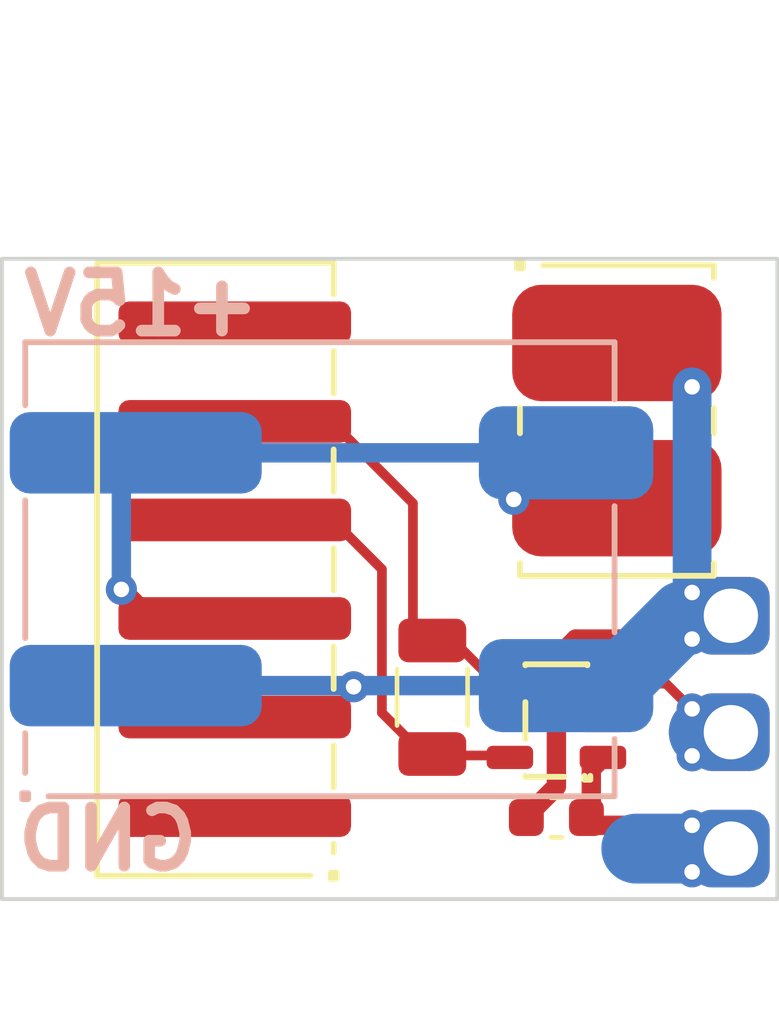
<source format=kicad_pcb>
(kicad_pcb (version 20240108) (generator "pcbnew") (generator_version "8.0")
  (layers (0 "F.Cu" signal) (31 "B.Cu" signal) (34 "B.Paste" user) (35 "F.Paste" user) (36 "B.SilkS" user "B.Silkscreen") (37 "F.SilkS" user "F.Silkscreen") (38 "B.Mask" user) (39 "F.Mask" user) (44 "Edge.Cuts" user))
  (net 0 "")
  (net 1 "+5V")
  (net 2 "GND")
  (net 3 "+15V")
  (net 4 "DATA")
  (net 5 "RS485_A")
  (net 6 "RS485_B")
  (footprint "Capacitor_SMD:C_0603_1608Metric" (layer "F.Cu") (at 144.3 106.4 180)
    (property "Reference" "C1" (hide yes))
    (property "Value" "100n")
    (fp_line (start -0.14058 0.51) (end 0.14058 0.51) (stroke (width 0.12)) (layer "F.SilkS"))
    (fp_line (start -0.14058 -0.51) (end 0.14058 -0.51) (stroke (width 0.12)) (layer "F.SilkS"))
    (pad "1" smd roundrect (at -0.775 0 180) (size 0.9 0.95) (layers "F.Cu" "F.Paste" "F.Mask") (net 1 "+5V"))
    (pad "2" smd roundrect (at 0.775 0 180) (size 0.9 0.95) (layers "F.Cu" "F.Paste" "F.Mask") (net 2 "GND"))
  )
  (footprint "Resistor_SMD:R_1206_3216Metric" (layer "F.Cu") (at 141.1 103.3 90)
    (property "Reference" "R1" (hide yes))
    (property "Value" "120R")
    (fp_line (start -0.727064 -0.91) (end 0.727064 -0.91) (stroke (width 0.12)) (layer "F.SilkS"))
    (fp_line (start -0.727064 0.91) (end 0.727064 0.91) (stroke (width 0.12)) (layer "F.SilkS"))
    (pad "1" smd roundrect (at -1.4625 0 90) (size 1.125 1.75) (layers "F.Cu" "F.Paste" "F.Mask") (roundrect_rratio 0.222222) (net 5 "RS485_A"))
    (pad "2" smd roundrect (at 1.4625 0 90) (size 1.125 1.75) (layers "F.Cu" "F.Paste" "F.Mask") (roundrect_rratio 0.222222) (net 6 "RS485_B"))
  )
  (footprint "local:ISL3280E" (layer "F.Cu") (at 144.3 103.9 90)
    (property "Reference" "U2" (hide yes))
    (property "Value" "ISL3280ExHZ")
    (fp_line (start 1.45 -0.8) (end 1.425 -0.8) (stroke (width 0.15)) (layer "F.SilkS"))
    (fp_line (start 0.475 -0.8) (end -0.475 -0.8) (stroke (width 0.15)) (layer "F.SilkS"))
    (fp_line (start -1.425 -0.8) (end -1.45 -0.8) (stroke (width 0.15)) (layer "F.SilkS"))
    (fp_line (start -1.45 -0.8) (end -1.45 0.2) (stroke (width 0.15)) (layer "F.SilkS"))
    (fp_line (start -1.525 0.725) (end -1.425 0.725) (stroke (width 0.15)) (layer "F.SilkS"))
    (fp_line (start 1.45 0.8) (end 1.45 -0.8) (stroke (width 0.15)) (layer "F.SilkS"))
    (fp_line (start 1.425 0.8) (end 1.45 0.8) (stroke (width 0.15)) (layer "F.SilkS"))
    (fp_line (start -1.425 0.875) (end -1.525 0.875) (stroke (width 0.15)) (layer "F.SilkS"))
    (fp_line (start -1.525 0.875) (end -1.525 0.725) (stroke (width 0.15)) (layer "F.SilkS"))
    (pad "1" smd roundrect (at -0.95 1.2 90) (size 0.6 1.2) (layers "F.Cu" "F.Paste" "F.Mask") (net 1 "+5V"))
    (pad "2" smd roundrect (at 0 1.2 90) (size 0.6 1.2) (layers "F.Cu" "F.Paste" "F.Mask") (net 2 "GND"))
    (pad "3" smd roundrect (at 0.95 1.2 90) (size 0.6 1.2) (layers "F.Cu" "F.Paste" "F.Mask") (net 4 "DATA"))
    (pad "4" smd roundrect (at 0.95 -1.2 90) (size 0.6 1.2) (layers "F.Cu" "F.Paste" "F.Mask") (net 6 "RS485_B"))
    (pad "5" smd roundrect (at -0.95 -1.2 90) (size 0.6 1.2) (layers "F.Cu" "F.Paste" "F.Mask") (net 5 "RS485_A"))
  )
  (footprint "local:Kyocera-009176002001906" (layer "F.Cu") (at 145.86 96.17 -90)
    (property "Reference" "J4" (hide yes))
    (property "Value" "Kyocera-009176002001906")
    (fp_line (start -4.075 2.575) (end -4.075 2.425) (stroke (width 0.15)) (layer "F.SilkS"))
    (fp_line (start -3.925 2.575) (end -4.075 2.575) (stroke (width 0.15)) (layer "F.SilkS"))
    (fp_line (start -0.325 2.5) (end 0.325 2.5) (stroke (width 0.15)) (layer "F.SilkS"))
    (fp_line (start 3.675 2.5) (end 4 2.5) (stroke (width 0.15)) (layer "F.SilkS"))
    (fp_line (start 4 2.5) (end 4 -2.5) (stroke (width 0.15)) (layer "F.SilkS"))
    (fp_line (start -4.075 2.425) (end -3.925 2.425) (stroke (width 0.15)) (layer "F.SilkS"))
    (fp_line (start -3.925 2.425) (end -3.925 2.575) (stroke (width 0.15)) (layer "F.SilkS"))
    (fp_line (start -4 -2.5) (end -4 1.9) (stroke (width 0.15)) (layer "F.SilkS"))
    (fp_line (start -3.675 -2.5) (end -4 -2.5) (stroke (width 0.15)) (layer "F.SilkS"))
    (fp_line (start 0.325 -2.5) (end -0.325 -2.5) (stroke (width 0.15)) (layer "F.SilkS"))
    (fp_line (start 4 -2.5) (end 3.675 -2.5) (stroke (width 0.15)) (layer "F.SilkS"))
    (pad "1" smd roundrect (at -2 0 270) (size 3 5.4) (layers "F.Cu" "F.Paste" "F.Mask") (net 2 "GND"))
    (pad "2" smd roundrect (at 2 0 270) (size 3 5.4) (layers "F.Cu" "F.Paste" "F.Mask") (net 3 "+15V"))
  )
  (footprint "local:Harting14110413002000" (layer "F.Cu") (at 136.005 100 90)
    (property "Reference" "J2" (hide yes))
    (property "Value" "har-flexicon 2,54 MSH-4")
    (fp_line (start 7.9 -3.55) (end -7.9 -3.55) (stroke (width 0.15)) (layer "F.SilkS"))
    (fp_line (start -7.9 -3.55) (end -7.9 1.95) (stroke (width 0.15)) (layer "F.SilkS"))
    (fp_line (start -7.825 2.475) (end -7.825 2.625) (stroke (width 0.15)) (layer "F.SilkS"))
    (fp_line (start -7.975 2.475) (end -7.825 2.475) (stroke (width 0.15)) (layer "F.SilkS"))
    (fp_line (start 7.9 2.55) (end 7.9 -3.55) (stroke (width 0.15)) (layer "F.SilkS"))
    (fp_line (start 7.075 2.55) (end 7.9 2.55) (stroke (width 0.15)) (layer "F.SilkS"))
    (fp_line (start 4.535 2.55) (end 5.625 2.55) (stroke (width 0.15)) (layer "F.SilkS"))
    (fp_line (start 1.995 2.55) (end 3.085 2.55) (stroke (width 0.15)) (layer "F.SilkS"))
    (fp_line (start -0.545 2.55) (end 0.545 2.55) (stroke (width 0.15)) (layer "F.SilkS"))
    (fp_line (start -3.085 2.55) (end -1.995 2.55) (stroke (width 0.15)) (layer "F.SilkS"))
    (fp_line (start -5.625 2.55) (end -4.535 2.55) (stroke (width 0.15)) (layer "F.SilkS"))
    (fp_line (start -7.3 2.55) (end -7.075 2.55) (stroke (width 0.15)) (layer "F.SilkS"))
    (fp_line (start -7.825 2.625) (end -7.975 2.625) (stroke (width 0.15)) (layer "F.SilkS"))
    (fp_line (start -7.975 2.625) (end -7.975 2.475) (stroke (width 0.15)) (layer "F.SilkS"))
    (pad "" np_thru_hole circle (at -5.08 -0.25 90) (size 0.9 0.9) (drill 0.9) (layers "*.Cu" "*.Mask"))
    (pad "" np_thru_hole circle (at 5.08 0.25 90) (size 0.9 0.9) (drill 0.9) (layers "*.Cu" "*.Mask"))
    (pad "1" smd roundrect (at -3.81 0 90) (size 1.1 6) (layers "F.Cu" "F.Paste" "F.Mask") (net 2 "GND"))
    (pad "2" smd roundrect (at -1.27 0 90) (size 1.1 6) (layers "F.Cu" "F.Paste" "F.Mask") (net 3 "+15V"))
    (pad "3" smd roundrect (at 1.27 0 90) (size 1.1 6) (layers "F.Cu" "F.Paste" "F.Mask") (net 5 "RS485_A"))
    (pad "4" smd roundrect (at 3.81 0 90) (size 1.1 6) (layers "F.Cu" "F.Paste" "F.Mask") (net 6 "RS485_B"))
    (pad "MP1" smd roundrect (at -6.35 0 90) (size 1.1 6) (layers "F.Cu" "F.Paste" "F.Mask"))
    (pad "MP2" smd roundrect (at 6.35 0 90) (size 1.1 6) (layers "F.Cu" "F.Paste" "F.Mask"))
  )
  (footprint "local:SolderHoles3pin10mm" (layer "F.Cu") (at 148.8 104.2 -90)
    (property "Reference" "J3" (hide yes))
    (property "Value" "Conn_01x05_Socket")
    (pad "1" thru_hole roundrect (at -3 0 270) (size 2 2) (drill 1.4) (layers "*.Cu" "*.Mask") (net 2 "GND"))
    (pad "2" thru_hole roundrect (at 0 0 270) (size 2 2) (drill 1.4) (layers "*.Cu" "*.Mask") (net 4 "DATA"))
    (pad "3" thru_hole roundrect (at 3 0 270) (size 2 2) (drill 1.4) (layers "*.Cu" "*.Mask") (net 1 "+5V"))
  )
  (footprint "local:WAGO2061-602" (layer "B.Cu") (at 138.2 100 90)
    (property "Reference" "J1" (hide yes))
    (property "Value" "WAGO 2061-602")
    (fp_line (start -5.775 -7.675) (end -5.775 -7.525) (stroke (width 0.15)) (layer "B.SilkS"))
    (fp_line (start -5.925 -7.675) (end -5.775 -7.675) (stroke (width 0.15)) (layer "B.SilkS"))
    (fp_line (start 5.85 -7.6) (end 4.225 -7.6) (stroke (width 0.15)) (layer "B.SilkS"))
    (fp_line (start 1.775 -7.6) (end -1.775 -7.6) (stroke (width 0.15)) (layer "B.SilkS"))
    (fp_line (start -4.225 -7.6) (end -5.25 -7.6) (stroke (width 0.15)) (layer "B.SilkS"))
    (fp_line (start -5.775 -7.525) (end -5.925 -7.525) (stroke (width 0.15)) (layer "B.SilkS"))
    (fp_line (start -5.925 -7.525) (end -5.925 -7.675) (stroke (width 0.15)) (layer "B.SilkS"))
    (fp_line (start -5.85 -7) (end -5.85 7.6) (stroke (width 0.15)) (layer "B.SilkS"))
    (fp_line (start 5.85 7.6) (end 5.85 -7.6) (stroke (width 0.15)) (layer "B.SilkS"))
    (fp_line (start 4.375 7.6) (end 5.85 7.6) (stroke (width 0.15)) (layer "B.SilkS"))
    (fp_line (start -1.625 7.6) (end 1.625 7.6) (stroke (width 0.15)) (layer "B.SilkS"))
    (fp_line (start -5.85 7.6) (end -4.375 7.6) (stroke (width 0.15)) (layer "B.SilkS"))
    (pad "1" smd roundrect (at -3 -4.75 90) (size 2.1 6.5) (layers "B.Cu" "B.Paste" "B.Mask") (net 2 "GND"))
    (pad "1" smd roundrect (at -3 6.35 90) (size 2.4 4.5) (layers "B.Cu" "B.Paste" "B.Mask") (net 2 "GND"))
    (pad "2" smd roundrect (at 3 -4.75 90) (size 2.1 6.5) (layers "B.Cu" "B.Paste" "B.Mask") (net 3 "+15V"))
    (pad "2" smd roundrect (at 3 6.35 90) (size 2.4 4.5) (layers "B.Cu" "B.Paste" "B.Mask") (net 3 "+15V"))
  )
  (gr_poly (pts (xy 150 108.5) (xy 150 92) (xy 130 92) (xy 130 108.5)) (stroke (width 0.1)) (fill none) (layer "Edge.Cuts"))
  (gr_text "GND" (at 135.21 107.84 0) (layer "B.SilkS") (effects (font (size 1.5 1.5) (thickness 0.3) (bold yes)) (justify left bottom mirror)))
  (gr_text "+15V" (at 136.8 94.05 0) (layer "B.SilkS") (effects (font (size 1.5 1.5) (thickness 0.3) (bold yes)) (justify left bottom mirror)))
  (segment (start 145.1 106.4) (end 145.2 106.3) (width 0.5) (layer "F.Cu") (net 1))
  (segment (start 145.275 106.6) (end 147.8 106.6) (width 0.5) (layer "F.Cu") (net 1))
  (segment (start 145.075 106.4) (end 145.1 106.4) (width 0.5) (layer "F.Cu") (net 1))
  (segment (start 148.92 106.63) (end 148.9 106.65) (width 0.5) (layer "F.Cu") (net 1))
  (segment (start 145.2 106.3) (end 145.2 105.15) (width 0.5) (layer "F.Cu") (net 1))
  (segment (start 145.075 106.4) (end 145.275 106.6) (width 0.5) (layer "F.Cu") (net 1))
  (segment (start 148.8 107.2) (end 148.1 107.2) (width 1.8) (layer "F.Cu") (net 1))
  (segment (start 145.2 105.15) (end 145.5 104.85) (width 0.5) (layer "F.Cu") (net 1))
  (via (at 147.8 107.8) (size 0.8) (drill 0.4) (layers "F.Cu" "B.Cu") (net 1))
  (via (at 147.8 106.6) (size 0.8) (drill 0.4) (layers "F.Cu" "B.Cu") (net 1))
  (segment (start 148.18 107.34) (end 148.77 106.75) (width 0.5) (layer "B.Cu") (net 1))
  (segment (start 148.8 107.2) (end 146.36 107.2) (width 1.8) (layer "B.Cu") (net 1))
  (segment (start 147.77 107.34) (end 148.18 107.34) (width 0.5) (layer "B.Cu") (net 1))
  (segment (start 143.525 106.4) (end 143.525 106.375) (width 0.5) (layer "F.Cu") (net 2))
  (segment (start 144.3 102.3) (end 144.8 101.8) (width 0.5) (layer "F.Cu") (net 2))
  (segment (start 148.8 101.2) (end 148.1 101.2) (width 1.8) (layer "F.Cu") (net 2))
  (segment (start 145.5 103.9) (end 144.3 103.9) (width 0.5) (layer "F.Cu") (net 2))
  (segment (start 144.3 105.6) (end 144.3 103.9) (width 0.5) (layer "F.Cu") (net 2))
  (segment (start 144.8 101.8) (end 147.8 101.8) (width 0.5) (layer "F.Cu") (net 2))
  (segment (start 144.3 103.9) (end 144.3 102.3) (width 0.5) (layer "F.Cu") (net 2))
  (segment (start 143.525 106.375) (end 144.3 105.6) (width 0.5) (layer "F.Cu") (net 2))
  (via (at 147.8 100.6) (size 0.8) (drill 0.4) (layers "F.Cu" "B.Cu") (net 2))
  (via (at 139.07 103.03) (size 0.8) (drill 0.4) (layers "F.Cu" "B.Cu") (net 2))
  (via (at 147.8 101.8) (size 0.8) (drill 0.4) (layers "F.Cu" "B.Cu") (net 2))
  (via (at 147.8 95.3) (size 0.8) (drill 0.4) (layers "F.Cu" "B.Cu") (net 2))
  (segment (start 145.775 103) (end 144.55 103) (width 1.8) (layer "B.Cu") (net 2))
  (segment (start 148.8 101.2) (end 147.575 101.2) (width 1.8) (layer "B.Cu") (net 2))
  (segment (start 147.8 101.06) (end 147.8 95.3) (width 1) (layer "B.Cu") (net 2))
  (segment (start 136.1 103) (end 144.605 103) (width 0.5) (layer "B.Cu") (net 2))
  (segment (start 147.575 101.2) (end 145.775 103) (width 1.8) (layer "B.Cu") (net 2))
  (segment (start 148.92 101.55) (end 148.62 101.25) (width 1) (layer "B.Cu") (net 2))
  (segment (start 133.505 103) (end 135.96 103) (width 0.5) (layer "B.Cu") (net 2))
  (segment (start 144.32 103.55) (end 143.62 103.55) (width 1) (layer "B.Cu") (net 2))
  (segment (start 135.96 103) (end 136.03 103.07) (width 0.5) (layer "B.Cu") (net 2))
  (segment (start 136.03 103.07) (end 136.1 103) (width 0.5) (layer "B.Cu") (net 2))
  (segment (start 133.83 101.27) (end 133.08 100.52) (width 0.5) (layer "F.Cu") (net 3))
  (segment (start 136.005 101.27) (end 133.83 101.27) (width 0.5) (layer "F.Cu") (net 3))
  (via (at 133.08 100.52) (size 0.8) (drill 0.4) (layers "F.Cu" "B.Cu") (net 3))
  (via (at 143.2 98.2) (size 0.8) (drill 0.4) (layers "F.Cu" "B.Cu") (net 3))
  (segment (start 133.08 100.52) (end 133.08 97.425) (width 0.5) (layer "B.Cu") (net 3))
  (segment (start 133.08 97.425) (end 133.505 97) (width 0.5) (layer "B.Cu") (net 3))
  (segment (start 133.505 97) (end 144.605 97) (width 0.5) (layer "B.Cu") (net 3))
  (segment (start 147.59 104.75) (end 148.26 104.75) (width 0.25) (layer "F.Cu") (net 4))
  (segment (start 148.8 104.2) (end 148.1 104.2) (width 1.8) (layer "F.Cu") (net 4))
  (segment (start 148.26 104.75) (end 148.92 104.09) (width 0.25) (layer "F.Cu") (net 4))
  (segment (start 147.73 104.85) (end 147.77 104.81) (width 0.25) (layer "F.Cu") (net 4))
  (segment (start 147.77 103.62) (end 147.53 103.62) (width 0.25) (layer "F.Cu") (net 4))
  (segment (start 147.13 102.95) (end 147.8 103.62) (width 0.25) (layer "F.Cu") (net 4))
  (segment (start 145.5 102.95) (end 147.13 102.95) (width 0.25) (layer "F.Cu") (net 4))
  (via (at 147.8 103.6) (size 0.8) (drill 0.4) (layers "F.Cu" "B.Cu") (net 4))
  (via (at 147.8 104.81) (size 0.8) (drill 0.4) (layers "F.Cu" "B.Cu") (net 4))
  (segment (start 147.77 104.81) (end 148.17 104.81) (width 0.5) (layer "B.Cu") (net 4))
  (segment (start 148.8 104.2) (end 148.1 104.2) (width 1.8) (layer "B.Cu") (net 4))
  (segment (start 147.77 103.66) (end 148.22 103.66) (width 0.5) (layer "B.Cu") (net 4))
  (segment (start 148.17 104.81) (end 148.77 104.21) (width 0.5) (layer "B.Cu") (net 4))
  (segment (start 148.22 103.66) (end 148.77 104.21) (width 0.5) (layer "B.Cu") (net 4))
  (segment (start 135.695 98.735) (end 138.535 98.735) (width 0.25) (layer "F.Cu") (net 5))
  (segment (start 138.535 98.735) (end 139.8 100) (width 0.25) (layer "F.Cu") (net 5))
  (segment (start 139.8 100) (end 139.8 103.7) (width 0.25) (layer "F.Cu") (net 5))
  (segment (start 135.69 98.73) (end 135.695 98.735) (width 0.25) (layer "F.Cu") (net 5))
  (segment (start 139.8 103.7) (end 140.8625 104.7625) (width 0.25) (layer "F.Cu") (net 5))
  (segment (start 141.1375 104.8) (end 143.05 104.8) (width 0.25) (layer "F.Cu") (net 5))
  (segment (start 140.8625 104.7625) (end 141.1 104.7625) (width 0.25) (layer "F.Cu") (net 5))
  (segment (start 143.05 104.8) (end 143.1 104.85) (width 0.25) (layer "F.Cu") (net 5))
  (segment (start 141.1 104.7625) (end 141.1375 104.8) (width 0.25) (layer "F.Cu") (net 5))
  (segment (start 140.6 98.3) (end 140.6 101.7375) (width 0.25) (layer "F.Cu") (net 6))
  (segment (start 141.6375 101.8375) (end 142.75 102.95) (width 0.25) (layer "F.Cu") (net 6))
  (segment (start 140.6 101.7375) (end 140.7 101.8375) (width 0.25) (layer "F.Cu") (net 6))
  (segment (start 136.005 96.19) (end 136.275 96.46) (width 0.25) (layer "F.Cu") (net 6))
  (segment (start 138.54 96.19) (end 136.005 96.19) (width 0.25) (layer "F.Cu") (net 6))
  (segment (start 140.7 101.8375) (end 141.6375 101.8375) (width 0.25) (layer "F.Cu") (net 6))
  (segment (start 138.76 96.46) (end 140.6 98.3) (width 0.25) (layer "F.Cu") (net 6))
  (segment (start 136.275 96.46) (end 138.76 96.46) (width 0.25) (layer "F.Cu") (net 6))
  (segment (start 142.75 102.95) (end 143.1 102.95) (width 0.25) (layer "F.Cu") (net 6))
  (segment (start 135.69 96.19) (end 137.495 96.19) (width 0.25) (layer "F.Cu") (net 6))
)
</source>
